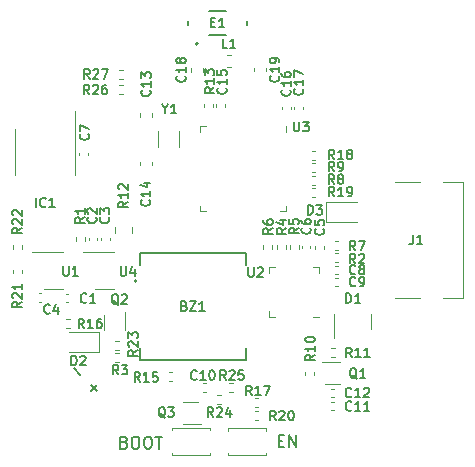
<source format=gbr>
%TF.GenerationSoftware,KiCad,Pcbnew,(6.0.7-1)-1*%
%TF.CreationDate,2022-10-24T14:59:34+01:00*%
%TF.ProjectId,wristpad,77726973-7470-4616-942e-6b696361645f,rev?*%
%TF.SameCoordinates,Original*%
%TF.FileFunction,Legend,Top*%
%TF.FilePolarity,Positive*%
%FSLAX46Y46*%
G04 Gerber Fmt 4.6, Leading zero omitted, Abs format (unit mm)*
G04 Created by KiCad (PCBNEW (6.0.7-1)-1) date 2022-10-24 14:59:34*
%MOMM*%
%LPD*%
G01*
G04 APERTURE LIST*
%ADD10C,0.150000*%
%ADD11C,0.127000*%
%ADD12C,0.200000*%
%ADD13C,0.120000*%
G04 APERTURE END LIST*
D10*
X89808023Y-112833320D02*
X89269275Y-112294572D01*
X89808023Y-112294572D02*
X89269275Y-112833320D01*
X88393809Y-111419106D02*
X87855061Y-110880358D01*
%TO.C,BZ1*%
X97195238Y-105572857D02*
X97309523Y-105610952D01*
X97347619Y-105649047D01*
X97385714Y-105725238D01*
X97385714Y-105839523D01*
X97347619Y-105915714D01*
X97309523Y-105953809D01*
X97233333Y-105991904D01*
X96928571Y-105991904D01*
X96928571Y-105191904D01*
X97195238Y-105191904D01*
X97271428Y-105230000D01*
X97309523Y-105268095D01*
X97347619Y-105344285D01*
X97347619Y-105420476D01*
X97309523Y-105496666D01*
X97271428Y-105534761D01*
X97195238Y-105572857D01*
X96928571Y-105572857D01*
X97652380Y-105191904D02*
X98185714Y-105191904D01*
X97652380Y-105991904D01*
X98185714Y-105991904D01*
X98909523Y-105991904D02*
X98452380Y-105991904D01*
X98680952Y-105991904D02*
X98680952Y-105191904D01*
X98604761Y-105306190D01*
X98528571Y-105382380D01*
X98452380Y-105420476D01*
%TO.C,IC1*%
X84635047Y-97225904D02*
X84635047Y-96425904D01*
X85473142Y-97149714D02*
X85435047Y-97187809D01*
X85320761Y-97225904D01*
X85244571Y-97225904D01*
X85130285Y-97187809D01*
X85054095Y-97111619D01*
X85016000Y-97035428D01*
X84977904Y-96883047D01*
X84977904Y-96768761D01*
X85016000Y-96616380D01*
X85054095Y-96540190D01*
X85130285Y-96464000D01*
X85244571Y-96425904D01*
X85320761Y-96425904D01*
X85435047Y-96464000D01*
X85473142Y-96502095D01*
X86235047Y-97225904D02*
X85777904Y-97225904D01*
X86006476Y-97225904D02*
X86006476Y-96425904D01*
X85930285Y-96540190D01*
X85854095Y-96616380D01*
X85777904Y-96654476D01*
%TO.C,R21*%
X83441904Y-105254285D02*
X83060952Y-105520952D01*
X83441904Y-105711428D02*
X82641904Y-105711428D01*
X82641904Y-105406666D01*
X82680000Y-105330476D01*
X82718095Y-105292380D01*
X82794285Y-105254285D01*
X82908571Y-105254285D01*
X82984761Y-105292380D01*
X83022857Y-105330476D01*
X83060952Y-105406666D01*
X83060952Y-105711428D01*
X82718095Y-104949523D02*
X82680000Y-104911428D01*
X82641904Y-104835238D01*
X82641904Y-104644761D01*
X82680000Y-104568571D01*
X82718095Y-104530476D01*
X82794285Y-104492380D01*
X82870476Y-104492380D01*
X82984761Y-104530476D01*
X83441904Y-104987619D01*
X83441904Y-104492380D01*
X83441904Y-103730476D02*
X83441904Y-104187619D01*
X83441904Y-103959047D02*
X82641904Y-103959047D01*
X82756190Y-104035238D01*
X82832380Y-104111428D01*
X82870476Y-104187619D01*
%TO.C,SW2*%
X92112857Y-117138571D02*
X92255714Y-117186190D01*
X92303333Y-117233809D01*
X92350952Y-117329047D01*
X92350952Y-117471904D01*
X92303333Y-117567142D01*
X92255714Y-117614761D01*
X92160476Y-117662380D01*
X91779523Y-117662380D01*
X91779523Y-116662380D01*
X92112857Y-116662380D01*
X92208095Y-116710000D01*
X92255714Y-116757619D01*
X92303333Y-116852857D01*
X92303333Y-116948095D01*
X92255714Y-117043333D01*
X92208095Y-117090952D01*
X92112857Y-117138571D01*
X91779523Y-117138571D01*
X92970000Y-116662380D02*
X93160476Y-116662380D01*
X93255714Y-116710000D01*
X93350952Y-116805238D01*
X93398571Y-116995714D01*
X93398571Y-117329047D01*
X93350952Y-117519523D01*
X93255714Y-117614761D01*
X93160476Y-117662380D01*
X92970000Y-117662380D01*
X92874761Y-117614761D01*
X92779523Y-117519523D01*
X92731904Y-117329047D01*
X92731904Y-116995714D01*
X92779523Y-116805238D01*
X92874761Y-116710000D01*
X92970000Y-116662380D01*
X94017619Y-116662380D02*
X94208095Y-116662380D01*
X94303333Y-116710000D01*
X94398571Y-116805238D01*
X94446190Y-116995714D01*
X94446190Y-117329047D01*
X94398571Y-117519523D01*
X94303333Y-117614761D01*
X94208095Y-117662380D01*
X94017619Y-117662380D01*
X93922380Y-117614761D01*
X93827142Y-117519523D01*
X93779523Y-117329047D01*
X93779523Y-116995714D01*
X93827142Y-116805238D01*
X93922380Y-116710000D01*
X94017619Y-116662380D01*
X94731904Y-116662380D02*
X95303333Y-116662380D01*
X95017619Y-117662380D02*
X95017619Y-116662380D01*
%TO.C,R20*%
X104945714Y-115261904D02*
X104679047Y-114880952D01*
X104488571Y-115261904D02*
X104488571Y-114461904D01*
X104793333Y-114461904D01*
X104869523Y-114500000D01*
X104907619Y-114538095D01*
X104945714Y-114614285D01*
X104945714Y-114728571D01*
X104907619Y-114804761D01*
X104869523Y-114842857D01*
X104793333Y-114880952D01*
X104488571Y-114880952D01*
X105250476Y-114538095D02*
X105288571Y-114500000D01*
X105364761Y-114461904D01*
X105555238Y-114461904D01*
X105631428Y-114500000D01*
X105669523Y-114538095D01*
X105707619Y-114614285D01*
X105707619Y-114690476D01*
X105669523Y-114804761D01*
X105212380Y-115261904D01*
X105707619Y-115261904D01*
X106202857Y-114461904D02*
X106279047Y-114461904D01*
X106355238Y-114500000D01*
X106393333Y-114538095D01*
X106431428Y-114614285D01*
X106469523Y-114766666D01*
X106469523Y-114957142D01*
X106431428Y-115109523D01*
X106393333Y-115185714D01*
X106355238Y-115223809D01*
X106279047Y-115261904D01*
X106202857Y-115261904D01*
X106126666Y-115223809D01*
X106088571Y-115185714D01*
X106050476Y-115109523D01*
X106012380Y-114957142D01*
X106012380Y-114766666D01*
X106050476Y-114614285D01*
X106088571Y-114538095D01*
X106126666Y-114500000D01*
X106202857Y-114461904D01*
%TO.C,R1*%
X88761904Y-98073333D02*
X88380952Y-98340000D01*
X88761904Y-98530476D02*
X87961904Y-98530476D01*
X87961904Y-98225714D01*
X88000000Y-98149523D01*
X88038095Y-98111428D01*
X88114285Y-98073333D01*
X88228571Y-98073333D01*
X88304761Y-98111428D01*
X88342857Y-98149523D01*
X88380952Y-98225714D01*
X88380952Y-98530476D01*
X88761904Y-97311428D02*
X88761904Y-97768571D01*
X88761904Y-97540000D02*
X87961904Y-97540000D01*
X88076190Y-97616190D01*
X88152380Y-97692380D01*
X88190476Y-97768571D01*
%TO.C,R3*%
X91616666Y-111391904D02*
X91350000Y-111010952D01*
X91159523Y-111391904D02*
X91159523Y-110591904D01*
X91464285Y-110591904D01*
X91540476Y-110630000D01*
X91578571Y-110668095D01*
X91616666Y-110744285D01*
X91616666Y-110858571D01*
X91578571Y-110934761D01*
X91540476Y-110972857D01*
X91464285Y-111010952D01*
X91159523Y-111010952D01*
X91883333Y-110591904D02*
X92378571Y-110591904D01*
X92111904Y-110896666D01*
X92226190Y-110896666D01*
X92302380Y-110934761D01*
X92340476Y-110972857D01*
X92378571Y-111049047D01*
X92378571Y-111239523D01*
X92340476Y-111315714D01*
X92302380Y-111353809D01*
X92226190Y-111391904D01*
X91997619Y-111391904D01*
X91921428Y-111353809D01*
X91883333Y-111315714D01*
%TO.C,D3*%
X107639523Y-97851904D02*
X107639523Y-97051904D01*
X107830000Y-97051904D01*
X107944285Y-97090000D01*
X108020476Y-97166190D01*
X108058571Y-97242380D01*
X108096666Y-97394761D01*
X108096666Y-97509047D01*
X108058571Y-97661428D01*
X108020476Y-97737619D01*
X107944285Y-97813809D01*
X107830000Y-97851904D01*
X107639523Y-97851904D01*
X108363333Y-97051904D02*
X108858571Y-97051904D01*
X108591904Y-97356666D01*
X108706190Y-97356666D01*
X108782380Y-97394761D01*
X108820476Y-97432857D01*
X108858571Y-97509047D01*
X108858571Y-97699523D01*
X108820476Y-97775714D01*
X108782380Y-97813809D01*
X108706190Y-97851904D01*
X108477619Y-97851904D01*
X108401428Y-97813809D01*
X108363333Y-97775714D01*
%TO.C,R26*%
X89155714Y-87651904D02*
X88889047Y-87270952D01*
X88698571Y-87651904D02*
X88698571Y-86851904D01*
X89003333Y-86851904D01*
X89079523Y-86890000D01*
X89117619Y-86928095D01*
X89155714Y-87004285D01*
X89155714Y-87118571D01*
X89117619Y-87194761D01*
X89079523Y-87232857D01*
X89003333Y-87270952D01*
X88698571Y-87270952D01*
X89460476Y-86928095D02*
X89498571Y-86890000D01*
X89574761Y-86851904D01*
X89765238Y-86851904D01*
X89841428Y-86890000D01*
X89879523Y-86928095D01*
X89917619Y-87004285D01*
X89917619Y-87080476D01*
X89879523Y-87194761D01*
X89422380Y-87651904D01*
X89917619Y-87651904D01*
X90603333Y-86851904D02*
X90450952Y-86851904D01*
X90374761Y-86890000D01*
X90336666Y-86928095D01*
X90260476Y-87042380D01*
X90222380Y-87194761D01*
X90222380Y-87499523D01*
X90260476Y-87575714D01*
X90298571Y-87613809D01*
X90374761Y-87651904D01*
X90527142Y-87651904D01*
X90603333Y-87613809D01*
X90641428Y-87575714D01*
X90679523Y-87499523D01*
X90679523Y-87309047D01*
X90641428Y-87232857D01*
X90603333Y-87194761D01*
X90527142Y-87156666D01*
X90374761Y-87156666D01*
X90298571Y-87194761D01*
X90260476Y-87232857D01*
X90222380Y-87309047D01*
%TO.C,R27*%
X89165714Y-86361904D02*
X88899047Y-85980952D01*
X88708571Y-86361904D02*
X88708571Y-85561904D01*
X89013333Y-85561904D01*
X89089523Y-85600000D01*
X89127619Y-85638095D01*
X89165714Y-85714285D01*
X89165714Y-85828571D01*
X89127619Y-85904761D01*
X89089523Y-85942857D01*
X89013333Y-85980952D01*
X88708571Y-85980952D01*
X89470476Y-85638095D02*
X89508571Y-85600000D01*
X89584761Y-85561904D01*
X89775238Y-85561904D01*
X89851428Y-85600000D01*
X89889523Y-85638095D01*
X89927619Y-85714285D01*
X89927619Y-85790476D01*
X89889523Y-85904761D01*
X89432380Y-86361904D01*
X89927619Y-86361904D01*
X90194285Y-85561904D02*
X90727619Y-85561904D01*
X90384761Y-86361904D01*
%TO.C,U3*%
X106460476Y-90011904D02*
X106460476Y-90659523D01*
X106498571Y-90735714D01*
X106536666Y-90773809D01*
X106612857Y-90811904D01*
X106765238Y-90811904D01*
X106841428Y-90773809D01*
X106879523Y-90735714D01*
X106917619Y-90659523D01*
X106917619Y-90011904D01*
X107222380Y-90011904D02*
X107717619Y-90011904D01*
X107450952Y-90316666D01*
X107565238Y-90316666D01*
X107641428Y-90354761D01*
X107679523Y-90392857D01*
X107717619Y-90469047D01*
X107717619Y-90659523D01*
X107679523Y-90735714D01*
X107641428Y-90773809D01*
X107565238Y-90811904D01*
X107336666Y-90811904D01*
X107260476Y-90773809D01*
X107222380Y-90735714D01*
%TO.C,C14*%
X94235714Y-96624285D02*
X94273809Y-96662380D01*
X94311904Y-96776666D01*
X94311904Y-96852857D01*
X94273809Y-96967142D01*
X94197619Y-97043333D01*
X94121428Y-97081428D01*
X93969047Y-97119523D01*
X93854761Y-97119523D01*
X93702380Y-97081428D01*
X93626190Y-97043333D01*
X93550000Y-96967142D01*
X93511904Y-96852857D01*
X93511904Y-96776666D01*
X93550000Y-96662380D01*
X93588095Y-96624285D01*
X94311904Y-95862380D02*
X94311904Y-96319523D01*
X94311904Y-96090952D02*
X93511904Y-96090952D01*
X93626190Y-96167142D01*
X93702380Y-96243333D01*
X93740476Y-96319523D01*
X93778571Y-95176666D02*
X94311904Y-95176666D01*
X93473809Y-95367142D02*
X94045238Y-95557619D01*
X94045238Y-95062380D01*
%TO.C,D1*%
X110879523Y-105321904D02*
X110879523Y-104521904D01*
X111070000Y-104521904D01*
X111184285Y-104560000D01*
X111260476Y-104636190D01*
X111298571Y-104712380D01*
X111336666Y-104864761D01*
X111336666Y-104979047D01*
X111298571Y-105131428D01*
X111260476Y-105207619D01*
X111184285Y-105283809D01*
X111070000Y-105321904D01*
X110879523Y-105321904D01*
X112098571Y-105321904D02*
X111641428Y-105321904D01*
X111870000Y-105321904D02*
X111870000Y-104521904D01*
X111793809Y-104636190D01*
X111717619Y-104712380D01*
X111641428Y-104750476D01*
%TO.C,SW1*%
X105171904Y-117026571D02*
X105505238Y-117026571D01*
X105648095Y-117550380D02*
X105171904Y-117550380D01*
X105171904Y-116550380D01*
X105648095Y-116550380D01*
X106076666Y-117550380D02*
X106076666Y-116550380D01*
X106648095Y-117550380D01*
X106648095Y-116550380D01*
%TO.C,R16*%
X88695714Y-107481904D02*
X88429047Y-107100952D01*
X88238571Y-107481904D02*
X88238571Y-106681904D01*
X88543333Y-106681904D01*
X88619523Y-106720000D01*
X88657619Y-106758095D01*
X88695714Y-106834285D01*
X88695714Y-106948571D01*
X88657619Y-107024761D01*
X88619523Y-107062857D01*
X88543333Y-107100952D01*
X88238571Y-107100952D01*
X89457619Y-107481904D02*
X89000476Y-107481904D01*
X89229047Y-107481904D02*
X89229047Y-106681904D01*
X89152857Y-106796190D01*
X89076666Y-106872380D01*
X89000476Y-106910476D01*
X90143333Y-106681904D02*
X89990952Y-106681904D01*
X89914761Y-106720000D01*
X89876666Y-106758095D01*
X89800476Y-106872380D01*
X89762380Y-107024761D01*
X89762380Y-107329523D01*
X89800476Y-107405714D01*
X89838571Y-107443809D01*
X89914761Y-107481904D01*
X90067142Y-107481904D01*
X90143333Y-107443809D01*
X90181428Y-107405714D01*
X90219523Y-107329523D01*
X90219523Y-107139047D01*
X90181428Y-107062857D01*
X90143333Y-107024761D01*
X90067142Y-106986666D01*
X89914761Y-106986666D01*
X89838571Y-107024761D01*
X89800476Y-107062857D01*
X89762380Y-107139047D01*
%TO.C,R11*%
X111365714Y-109931904D02*
X111099047Y-109550952D01*
X110908571Y-109931904D02*
X110908571Y-109131904D01*
X111213333Y-109131904D01*
X111289523Y-109170000D01*
X111327619Y-109208095D01*
X111365714Y-109284285D01*
X111365714Y-109398571D01*
X111327619Y-109474761D01*
X111289523Y-109512857D01*
X111213333Y-109550952D01*
X110908571Y-109550952D01*
X112127619Y-109931904D02*
X111670476Y-109931904D01*
X111899047Y-109931904D02*
X111899047Y-109131904D01*
X111822857Y-109246190D01*
X111746666Y-109322380D01*
X111670476Y-109360476D01*
X112889523Y-109931904D02*
X112432380Y-109931904D01*
X112660952Y-109931904D02*
X112660952Y-109131904D01*
X112584761Y-109246190D01*
X112508571Y-109322380D01*
X112432380Y-109360476D01*
%TO.C,R18*%
X109885714Y-93161904D02*
X109619047Y-92780952D01*
X109428571Y-93161904D02*
X109428571Y-92361904D01*
X109733333Y-92361904D01*
X109809523Y-92400000D01*
X109847619Y-92438095D01*
X109885714Y-92514285D01*
X109885714Y-92628571D01*
X109847619Y-92704761D01*
X109809523Y-92742857D01*
X109733333Y-92780952D01*
X109428571Y-92780952D01*
X110647619Y-93161904D02*
X110190476Y-93161904D01*
X110419047Y-93161904D02*
X110419047Y-92361904D01*
X110342857Y-92476190D01*
X110266666Y-92552380D01*
X110190476Y-92590476D01*
X111104761Y-92704761D02*
X111028571Y-92666666D01*
X110990476Y-92628571D01*
X110952380Y-92552380D01*
X110952380Y-92514285D01*
X110990476Y-92438095D01*
X111028571Y-92400000D01*
X111104761Y-92361904D01*
X111257142Y-92361904D01*
X111333333Y-92400000D01*
X111371428Y-92438095D01*
X111409523Y-92514285D01*
X111409523Y-92552380D01*
X111371428Y-92628571D01*
X111333333Y-92666666D01*
X111257142Y-92704761D01*
X111104761Y-92704761D01*
X111028571Y-92742857D01*
X110990476Y-92780952D01*
X110952380Y-92857142D01*
X110952380Y-93009523D01*
X110990476Y-93085714D01*
X111028571Y-93123809D01*
X111104761Y-93161904D01*
X111257142Y-93161904D01*
X111333333Y-93123809D01*
X111371428Y-93085714D01*
X111409523Y-93009523D01*
X111409523Y-92857142D01*
X111371428Y-92780952D01*
X111333333Y-92742857D01*
X111257142Y-92704761D01*
%TO.C,R19*%
X109885714Y-96321904D02*
X109619047Y-95940952D01*
X109428571Y-96321904D02*
X109428571Y-95521904D01*
X109733333Y-95521904D01*
X109809523Y-95560000D01*
X109847619Y-95598095D01*
X109885714Y-95674285D01*
X109885714Y-95788571D01*
X109847619Y-95864761D01*
X109809523Y-95902857D01*
X109733333Y-95940952D01*
X109428571Y-95940952D01*
X110647619Y-96321904D02*
X110190476Y-96321904D01*
X110419047Y-96321904D02*
X110419047Y-95521904D01*
X110342857Y-95636190D01*
X110266666Y-95712380D01*
X110190476Y-95750476D01*
X111028571Y-96321904D02*
X111180952Y-96321904D01*
X111257142Y-96283809D01*
X111295238Y-96245714D01*
X111371428Y-96131428D01*
X111409523Y-95979047D01*
X111409523Y-95674285D01*
X111371428Y-95598095D01*
X111333333Y-95560000D01*
X111257142Y-95521904D01*
X111104761Y-95521904D01*
X111028571Y-95560000D01*
X110990476Y-95598095D01*
X110952380Y-95674285D01*
X110952380Y-95864761D01*
X110990476Y-95940952D01*
X111028571Y-95979047D01*
X111104761Y-96017142D01*
X111257142Y-96017142D01*
X111333333Y-95979047D01*
X111371428Y-95940952D01*
X111409523Y-95864761D01*
%TO.C,R25*%
X100695714Y-111851904D02*
X100429047Y-111470952D01*
X100238571Y-111851904D02*
X100238571Y-111051904D01*
X100543333Y-111051904D01*
X100619523Y-111090000D01*
X100657619Y-111128095D01*
X100695714Y-111204285D01*
X100695714Y-111318571D01*
X100657619Y-111394761D01*
X100619523Y-111432857D01*
X100543333Y-111470952D01*
X100238571Y-111470952D01*
X101000476Y-111128095D02*
X101038571Y-111090000D01*
X101114761Y-111051904D01*
X101305238Y-111051904D01*
X101381428Y-111090000D01*
X101419523Y-111128095D01*
X101457619Y-111204285D01*
X101457619Y-111280476D01*
X101419523Y-111394761D01*
X100962380Y-111851904D01*
X101457619Y-111851904D01*
X102181428Y-111051904D02*
X101800476Y-111051904D01*
X101762380Y-111432857D01*
X101800476Y-111394761D01*
X101876666Y-111356666D01*
X102067142Y-111356666D01*
X102143333Y-111394761D01*
X102181428Y-111432857D01*
X102219523Y-111509047D01*
X102219523Y-111699523D01*
X102181428Y-111775714D01*
X102143333Y-111813809D01*
X102067142Y-111851904D01*
X101876666Y-111851904D01*
X101800476Y-111813809D01*
X101762380Y-111775714D01*
%TO.C,D2*%
X87619523Y-110611904D02*
X87619523Y-109811904D01*
X87810000Y-109811904D01*
X87924285Y-109850000D01*
X88000476Y-109926190D01*
X88038571Y-110002380D01*
X88076666Y-110154761D01*
X88076666Y-110269047D01*
X88038571Y-110421428D01*
X88000476Y-110497619D01*
X87924285Y-110573809D01*
X87810000Y-110611904D01*
X87619523Y-110611904D01*
X88381428Y-109888095D02*
X88419523Y-109850000D01*
X88495714Y-109811904D01*
X88686190Y-109811904D01*
X88762380Y-109850000D01*
X88800476Y-109888095D01*
X88838571Y-109964285D01*
X88838571Y-110040476D01*
X88800476Y-110154761D01*
X88343333Y-110611904D01*
X88838571Y-110611904D01*
%TO.C,C3*%
X90775714Y-98073333D02*
X90813809Y-98111428D01*
X90851904Y-98225714D01*
X90851904Y-98301904D01*
X90813809Y-98416190D01*
X90737619Y-98492380D01*
X90661428Y-98530476D01*
X90509047Y-98568571D01*
X90394761Y-98568571D01*
X90242380Y-98530476D01*
X90166190Y-98492380D01*
X90090000Y-98416190D01*
X90051904Y-98301904D01*
X90051904Y-98225714D01*
X90090000Y-98111428D01*
X90128095Y-98073333D01*
X90051904Y-97806666D02*
X90051904Y-97311428D01*
X90356666Y-97578095D01*
X90356666Y-97463809D01*
X90394761Y-97387619D01*
X90432857Y-97349523D01*
X90509047Y-97311428D01*
X90699523Y-97311428D01*
X90775714Y-97349523D01*
X90813809Y-97387619D01*
X90851904Y-97463809D01*
X90851904Y-97692380D01*
X90813809Y-97768571D01*
X90775714Y-97806666D01*
%TO.C,U2*%
X102600476Y-102321904D02*
X102600476Y-102969523D01*
X102638571Y-103045714D01*
X102676666Y-103083809D01*
X102752857Y-103121904D01*
X102905238Y-103121904D01*
X102981428Y-103083809D01*
X103019523Y-103045714D01*
X103057619Y-102969523D01*
X103057619Y-102321904D01*
X103400476Y-102398095D02*
X103438571Y-102360000D01*
X103514761Y-102321904D01*
X103705238Y-102321904D01*
X103781428Y-102360000D01*
X103819523Y-102398095D01*
X103857619Y-102474285D01*
X103857619Y-102550476D01*
X103819523Y-102664761D01*
X103362380Y-103121904D01*
X103857619Y-103121904D01*
%TO.C,L1*%
X100816666Y-83771904D02*
X100435714Y-83771904D01*
X100435714Y-82971904D01*
X101502380Y-83771904D02*
X101045238Y-83771904D01*
X101273809Y-83771904D02*
X101273809Y-82971904D01*
X101197619Y-83086190D01*
X101121428Y-83162380D01*
X101045238Y-83200476D01*
%TO.C,Y1*%
X95559047Y-88900952D02*
X95559047Y-89281904D01*
X95292380Y-88481904D02*
X95559047Y-88900952D01*
X95825714Y-88481904D01*
X96511428Y-89281904D02*
X96054285Y-89281904D01*
X96282857Y-89281904D02*
X96282857Y-88481904D01*
X96206666Y-88596190D01*
X96130476Y-88672380D01*
X96054285Y-88710476D01*
%TO.C,C13*%
X94255714Y-87344285D02*
X94293809Y-87382380D01*
X94331904Y-87496666D01*
X94331904Y-87572857D01*
X94293809Y-87687142D01*
X94217619Y-87763333D01*
X94141428Y-87801428D01*
X93989047Y-87839523D01*
X93874761Y-87839523D01*
X93722380Y-87801428D01*
X93646190Y-87763333D01*
X93570000Y-87687142D01*
X93531904Y-87572857D01*
X93531904Y-87496666D01*
X93570000Y-87382380D01*
X93608095Y-87344285D01*
X94331904Y-86582380D02*
X94331904Y-87039523D01*
X94331904Y-86810952D02*
X93531904Y-86810952D01*
X93646190Y-86887142D01*
X93722380Y-86963333D01*
X93760476Y-87039523D01*
X93531904Y-86315714D02*
X93531904Y-85820476D01*
X93836666Y-86087142D01*
X93836666Y-85972857D01*
X93874761Y-85896666D01*
X93912857Y-85858571D01*
X93989047Y-85820476D01*
X94179523Y-85820476D01*
X94255714Y-85858571D01*
X94293809Y-85896666D01*
X94331904Y-85972857D01*
X94331904Y-86201428D01*
X94293809Y-86277619D01*
X94255714Y-86315714D01*
%TO.C,R7*%
X111686666Y-100861904D02*
X111420000Y-100480952D01*
X111229523Y-100861904D02*
X111229523Y-100061904D01*
X111534285Y-100061904D01*
X111610476Y-100100000D01*
X111648571Y-100138095D01*
X111686666Y-100214285D01*
X111686666Y-100328571D01*
X111648571Y-100404761D01*
X111610476Y-100442857D01*
X111534285Y-100480952D01*
X111229523Y-100480952D01*
X111953333Y-100061904D02*
X112486666Y-100061904D01*
X112143809Y-100861904D01*
%TO.C,R23*%
X93251904Y-109344285D02*
X92870952Y-109610952D01*
X93251904Y-109801428D02*
X92451904Y-109801428D01*
X92451904Y-109496666D01*
X92490000Y-109420476D01*
X92528095Y-109382380D01*
X92604285Y-109344285D01*
X92718571Y-109344285D01*
X92794761Y-109382380D01*
X92832857Y-109420476D01*
X92870952Y-109496666D01*
X92870952Y-109801428D01*
X92528095Y-109039523D02*
X92490000Y-109001428D01*
X92451904Y-108925238D01*
X92451904Y-108734761D01*
X92490000Y-108658571D01*
X92528095Y-108620476D01*
X92604285Y-108582380D01*
X92680476Y-108582380D01*
X92794761Y-108620476D01*
X93251904Y-109077619D01*
X93251904Y-108582380D01*
X92451904Y-108315714D02*
X92451904Y-107820476D01*
X92756666Y-108087142D01*
X92756666Y-107972857D01*
X92794761Y-107896666D01*
X92832857Y-107858571D01*
X92909047Y-107820476D01*
X93099523Y-107820476D01*
X93175714Y-107858571D01*
X93213809Y-107896666D01*
X93251904Y-107972857D01*
X93251904Y-108201428D01*
X93213809Y-108277619D01*
X93175714Y-108315714D01*
%TO.C,C15*%
X100695714Y-87124285D02*
X100733809Y-87162380D01*
X100771904Y-87276666D01*
X100771904Y-87352857D01*
X100733809Y-87467142D01*
X100657619Y-87543333D01*
X100581428Y-87581428D01*
X100429047Y-87619523D01*
X100314761Y-87619523D01*
X100162380Y-87581428D01*
X100086190Y-87543333D01*
X100010000Y-87467142D01*
X99971904Y-87352857D01*
X99971904Y-87276666D01*
X100010000Y-87162380D01*
X100048095Y-87124285D01*
X100771904Y-86362380D02*
X100771904Y-86819523D01*
X100771904Y-86590952D02*
X99971904Y-86590952D01*
X100086190Y-86667142D01*
X100162380Y-86743333D01*
X100200476Y-86819523D01*
X99971904Y-85638571D02*
X99971904Y-86019523D01*
X100352857Y-86057619D01*
X100314761Y-86019523D01*
X100276666Y-85943333D01*
X100276666Y-85752857D01*
X100314761Y-85676666D01*
X100352857Y-85638571D01*
X100429047Y-85600476D01*
X100619523Y-85600476D01*
X100695714Y-85638571D01*
X100733809Y-85676666D01*
X100771904Y-85752857D01*
X100771904Y-85943333D01*
X100733809Y-86019523D01*
X100695714Y-86057619D01*
%TO.C,R10*%
X108251904Y-109734285D02*
X107870952Y-110000952D01*
X108251904Y-110191428D02*
X107451904Y-110191428D01*
X107451904Y-109886666D01*
X107490000Y-109810476D01*
X107528095Y-109772380D01*
X107604285Y-109734285D01*
X107718571Y-109734285D01*
X107794761Y-109772380D01*
X107832857Y-109810476D01*
X107870952Y-109886666D01*
X107870952Y-110191428D01*
X108251904Y-108972380D02*
X108251904Y-109429523D01*
X108251904Y-109200952D02*
X107451904Y-109200952D01*
X107566190Y-109277142D01*
X107642380Y-109353333D01*
X107680476Y-109429523D01*
X107451904Y-108477142D02*
X107451904Y-108400952D01*
X107490000Y-108324761D01*
X107528095Y-108286666D01*
X107604285Y-108248571D01*
X107756666Y-108210476D01*
X107947142Y-108210476D01*
X108099523Y-108248571D01*
X108175714Y-108286666D01*
X108213809Y-108324761D01*
X108251904Y-108400952D01*
X108251904Y-108477142D01*
X108213809Y-108553333D01*
X108175714Y-108591428D01*
X108099523Y-108629523D01*
X107947142Y-108667619D01*
X107756666Y-108667619D01*
X107604285Y-108629523D01*
X107528095Y-108591428D01*
X107490000Y-108553333D01*
X107451904Y-108477142D01*
%TO.C,R22*%
X83421904Y-98964285D02*
X83040952Y-99230952D01*
X83421904Y-99421428D02*
X82621904Y-99421428D01*
X82621904Y-99116666D01*
X82660000Y-99040476D01*
X82698095Y-99002380D01*
X82774285Y-98964285D01*
X82888571Y-98964285D01*
X82964761Y-99002380D01*
X83002857Y-99040476D01*
X83040952Y-99116666D01*
X83040952Y-99421428D01*
X82698095Y-98659523D02*
X82660000Y-98621428D01*
X82621904Y-98545238D01*
X82621904Y-98354761D01*
X82660000Y-98278571D01*
X82698095Y-98240476D01*
X82774285Y-98202380D01*
X82850476Y-98202380D01*
X82964761Y-98240476D01*
X83421904Y-98697619D01*
X83421904Y-98202380D01*
X82698095Y-97897619D02*
X82660000Y-97859523D01*
X82621904Y-97783333D01*
X82621904Y-97592857D01*
X82660000Y-97516666D01*
X82698095Y-97478571D01*
X82774285Y-97440476D01*
X82850476Y-97440476D01*
X82964761Y-97478571D01*
X83421904Y-97935714D01*
X83421904Y-97440476D01*
%TO.C,C19*%
X105169714Y-86104285D02*
X105207809Y-86142380D01*
X105245904Y-86256666D01*
X105245904Y-86332857D01*
X105207809Y-86447142D01*
X105131619Y-86523333D01*
X105055428Y-86561428D01*
X104903047Y-86599523D01*
X104788761Y-86599523D01*
X104636380Y-86561428D01*
X104560190Y-86523333D01*
X104484000Y-86447142D01*
X104445904Y-86332857D01*
X104445904Y-86256666D01*
X104484000Y-86142380D01*
X104522095Y-86104285D01*
X105245904Y-85342380D02*
X105245904Y-85799523D01*
X105245904Y-85570952D02*
X104445904Y-85570952D01*
X104560190Y-85647142D01*
X104636380Y-85723333D01*
X104674476Y-85799523D01*
X105245904Y-84961428D02*
X105245904Y-84809047D01*
X105207809Y-84732857D01*
X105169714Y-84694761D01*
X105055428Y-84618571D01*
X104903047Y-84580476D01*
X104598285Y-84580476D01*
X104522095Y-84618571D01*
X104484000Y-84656666D01*
X104445904Y-84732857D01*
X104445904Y-84885238D01*
X104484000Y-84961428D01*
X104522095Y-84999523D01*
X104598285Y-85037619D01*
X104788761Y-85037619D01*
X104864952Y-84999523D01*
X104903047Y-84961428D01*
X104941142Y-84885238D01*
X104941142Y-84732857D01*
X104903047Y-84656666D01*
X104864952Y-84618571D01*
X104788761Y-84580476D01*
%TO.C,C7*%
X89045714Y-91033333D02*
X89083809Y-91071428D01*
X89121904Y-91185714D01*
X89121904Y-91261904D01*
X89083809Y-91376190D01*
X89007619Y-91452380D01*
X88931428Y-91490476D01*
X88779047Y-91528571D01*
X88664761Y-91528571D01*
X88512380Y-91490476D01*
X88436190Y-91452380D01*
X88360000Y-91376190D01*
X88321904Y-91261904D01*
X88321904Y-91185714D01*
X88360000Y-91071428D01*
X88398095Y-91033333D01*
X88321904Y-90766666D02*
X88321904Y-90233333D01*
X89121904Y-90576190D01*
%TO.C,R13*%
X99711904Y-87084285D02*
X99330952Y-87350952D01*
X99711904Y-87541428D02*
X98911904Y-87541428D01*
X98911904Y-87236666D01*
X98950000Y-87160476D01*
X98988095Y-87122380D01*
X99064285Y-87084285D01*
X99178571Y-87084285D01*
X99254761Y-87122380D01*
X99292857Y-87160476D01*
X99330952Y-87236666D01*
X99330952Y-87541428D01*
X99711904Y-86322380D02*
X99711904Y-86779523D01*
X99711904Y-86550952D02*
X98911904Y-86550952D01*
X99026190Y-86627142D01*
X99102380Y-86703333D01*
X99140476Y-86779523D01*
X98911904Y-86055714D02*
X98911904Y-85560476D01*
X99216666Y-85827142D01*
X99216666Y-85712857D01*
X99254761Y-85636666D01*
X99292857Y-85598571D01*
X99369047Y-85560476D01*
X99559523Y-85560476D01*
X99635714Y-85598571D01*
X99673809Y-85636666D01*
X99711904Y-85712857D01*
X99711904Y-85941428D01*
X99673809Y-86017619D01*
X99635714Y-86055714D01*
%TO.C,U4*%
X91800476Y-102231904D02*
X91800476Y-102879523D01*
X91838571Y-102955714D01*
X91876666Y-102993809D01*
X91952857Y-103031904D01*
X92105238Y-103031904D01*
X92181428Y-102993809D01*
X92219523Y-102955714D01*
X92257619Y-102879523D01*
X92257619Y-102231904D01*
X92981428Y-102498571D02*
X92981428Y-103031904D01*
X92790952Y-102193809D02*
X92600476Y-102765238D01*
X93095714Y-102765238D01*
%TO.C,R12*%
X92411904Y-96764285D02*
X92030952Y-97030952D01*
X92411904Y-97221428D02*
X91611904Y-97221428D01*
X91611904Y-96916666D01*
X91650000Y-96840476D01*
X91688095Y-96802380D01*
X91764285Y-96764285D01*
X91878571Y-96764285D01*
X91954761Y-96802380D01*
X91992857Y-96840476D01*
X92030952Y-96916666D01*
X92030952Y-97221428D01*
X92411904Y-96002380D02*
X92411904Y-96459523D01*
X92411904Y-96230952D02*
X91611904Y-96230952D01*
X91726190Y-96307142D01*
X91802380Y-96383333D01*
X91840476Y-96459523D01*
X91688095Y-95697619D02*
X91650000Y-95659523D01*
X91611904Y-95583333D01*
X91611904Y-95392857D01*
X91650000Y-95316666D01*
X91688095Y-95278571D01*
X91764285Y-95240476D01*
X91840476Y-95240476D01*
X91954761Y-95278571D01*
X92411904Y-95735714D01*
X92411904Y-95240476D01*
%TO.C,C11*%
X111335714Y-114385714D02*
X111297619Y-114423809D01*
X111183333Y-114461904D01*
X111107142Y-114461904D01*
X110992857Y-114423809D01*
X110916666Y-114347619D01*
X110878571Y-114271428D01*
X110840476Y-114119047D01*
X110840476Y-114004761D01*
X110878571Y-113852380D01*
X110916666Y-113776190D01*
X110992857Y-113700000D01*
X111107142Y-113661904D01*
X111183333Y-113661904D01*
X111297619Y-113700000D01*
X111335714Y-113738095D01*
X112097619Y-114461904D02*
X111640476Y-114461904D01*
X111869047Y-114461904D02*
X111869047Y-113661904D01*
X111792857Y-113776190D01*
X111716666Y-113852380D01*
X111640476Y-113890476D01*
X112859523Y-114461904D02*
X112402380Y-114461904D01*
X112630952Y-114461904D02*
X112630952Y-113661904D01*
X112554761Y-113776190D01*
X112478571Y-113852380D01*
X112402380Y-113890476D01*
%TO.C,C9*%
X111686666Y-103855714D02*
X111648571Y-103893809D01*
X111534285Y-103931904D01*
X111458095Y-103931904D01*
X111343809Y-103893809D01*
X111267619Y-103817619D01*
X111229523Y-103741428D01*
X111191428Y-103589047D01*
X111191428Y-103474761D01*
X111229523Y-103322380D01*
X111267619Y-103246190D01*
X111343809Y-103170000D01*
X111458095Y-103131904D01*
X111534285Y-103131904D01*
X111648571Y-103170000D01*
X111686666Y-103208095D01*
X112067619Y-103931904D02*
X112220000Y-103931904D01*
X112296190Y-103893809D01*
X112334285Y-103855714D01*
X112410476Y-103741428D01*
X112448571Y-103589047D01*
X112448571Y-103284285D01*
X112410476Y-103208095D01*
X112372380Y-103170000D01*
X112296190Y-103131904D01*
X112143809Y-103131904D01*
X112067619Y-103170000D01*
X112029523Y-103208095D01*
X111991428Y-103284285D01*
X111991428Y-103474761D01*
X112029523Y-103550952D01*
X112067619Y-103589047D01*
X112143809Y-103627142D01*
X112296190Y-103627142D01*
X112372380Y-103589047D01*
X112410476Y-103550952D01*
X112448571Y-103474761D01*
%TO.C,R6*%
X104674388Y-99004284D02*
X104293436Y-99270951D01*
X104674388Y-99461427D02*
X103874388Y-99461427D01*
X103874388Y-99156665D01*
X103912484Y-99080474D01*
X103950579Y-99042379D01*
X104026769Y-99004284D01*
X104141055Y-99004284D01*
X104217245Y-99042379D01*
X104255341Y-99080474D01*
X104293436Y-99156665D01*
X104293436Y-99461427D01*
X103874388Y-98318570D02*
X103874388Y-98470951D01*
X103912484Y-98547141D01*
X103950579Y-98585236D01*
X104064864Y-98661427D01*
X104217245Y-98699522D01*
X104522007Y-98699522D01*
X104598198Y-98661427D01*
X104636293Y-98623331D01*
X104674388Y-98547141D01*
X104674388Y-98394760D01*
X104636293Y-98318570D01*
X104598198Y-98280474D01*
X104522007Y-98242379D01*
X104331531Y-98242379D01*
X104255341Y-98280474D01*
X104217245Y-98318570D01*
X104179150Y-98394760D01*
X104179150Y-98547141D01*
X104217245Y-98623331D01*
X104255341Y-98661427D01*
X104331531Y-98699522D01*
%TO.C,C12*%
X111335714Y-113235714D02*
X111297619Y-113273809D01*
X111183333Y-113311904D01*
X111107142Y-113311904D01*
X110992857Y-113273809D01*
X110916666Y-113197619D01*
X110878571Y-113121428D01*
X110840476Y-112969047D01*
X110840476Y-112854761D01*
X110878571Y-112702380D01*
X110916666Y-112626190D01*
X110992857Y-112550000D01*
X111107142Y-112511904D01*
X111183333Y-112511904D01*
X111297619Y-112550000D01*
X111335714Y-112588095D01*
X112097619Y-113311904D02*
X111640476Y-113311904D01*
X111869047Y-113311904D02*
X111869047Y-112511904D01*
X111792857Y-112626190D01*
X111716666Y-112702380D01*
X111640476Y-112740476D01*
X112402380Y-112588095D02*
X112440476Y-112550000D01*
X112516666Y-112511904D01*
X112707142Y-112511904D01*
X112783333Y-112550000D01*
X112821428Y-112588095D01*
X112859523Y-112664285D01*
X112859523Y-112740476D01*
X112821428Y-112854761D01*
X112364285Y-113311904D01*
X112859523Y-113311904D01*
%TO.C,R2*%
X111686666Y-101961904D02*
X111420000Y-101580952D01*
X111229523Y-101961904D02*
X111229523Y-101161904D01*
X111534285Y-101161904D01*
X111610476Y-101200000D01*
X111648571Y-101238095D01*
X111686666Y-101314285D01*
X111686666Y-101428571D01*
X111648571Y-101504761D01*
X111610476Y-101542857D01*
X111534285Y-101580952D01*
X111229523Y-101580952D01*
X111991428Y-101238095D02*
X112029523Y-101200000D01*
X112105714Y-101161904D01*
X112296190Y-101161904D01*
X112372380Y-101200000D01*
X112410476Y-101238095D01*
X112448571Y-101314285D01*
X112448571Y-101390476D01*
X112410476Y-101504761D01*
X111953333Y-101961904D01*
X112448571Y-101961904D01*
%TO.C,R24*%
X99655714Y-114971904D02*
X99389047Y-114590952D01*
X99198571Y-114971904D02*
X99198571Y-114171904D01*
X99503333Y-114171904D01*
X99579523Y-114210000D01*
X99617619Y-114248095D01*
X99655714Y-114324285D01*
X99655714Y-114438571D01*
X99617619Y-114514761D01*
X99579523Y-114552857D01*
X99503333Y-114590952D01*
X99198571Y-114590952D01*
X99960476Y-114248095D02*
X99998571Y-114210000D01*
X100074761Y-114171904D01*
X100265238Y-114171904D01*
X100341428Y-114210000D01*
X100379523Y-114248095D01*
X100417619Y-114324285D01*
X100417619Y-114400476D01*
X100379523Y-114514761D01*
X99922380Y-114971904D01*
X100417619Y-114971904D01*
X101103333Y-114438571D02*
X101103333Y-114971904D01*
X100912857Y-114133809D02*
X100722380Y-114705238D01*
X101217619Y-114705238D01*
%TO.C,C2*%
X89695714Y-98073333D02*
X89733809Y-98111428D01*
X89771904Y-98225714D01*
X89771904Y-98301904D01*
X89733809Y-98416190D01*
X89657619Y-98492380D01*
X89581428Y-98530476D01*
X89429047Y-98568571D01*
X89314761Y-98568571D01*
X89162380Y-98530476D01*
X89086190Y-98492380D01*
X89010000Y-98416190D01*
X88971904Y-98301904D01*
X88971904Y-98225714D01*
X89010000Y-98111428D01*
X89048095Y-98073333D01*
X89048095Y-97768571D02*
X89010000Y-97730476D01*
X88971904Y-97654285D01*
X88971904Y-97463809D01*
X89010000Y-97387619D01*
X89048095Y-97349523D01*
X89124285Y-97311428D01*
X89200476Y-97311428D01*
X89314761Y-97349523D01*
X89771904Y-97806666D01*
X89771904Y-97311428D01*
%TO.C,J1*%
X116553333Y-99561904D02*
X116553333Y-100133333D01*
X116515238Y-100247619D01*
X116439047Y-100323809D01*
X116324761Y-100361904D01*
X116248571Y-100361904D01*
X117353333Y-100361904D02*
X116896190Y-100361904D01*
X117124761Y-100361904D02*
X117124761Y-99561904D01*
X117048571Y-99676190D01*
X116972380Y-99752380D01*
X116896190Y-99790476D01*
%TO.C,U1*%
X86940476Y-102221904D02*
X86940476Y-102869523D01*
X86978571Y-102945714D01*
X87016666Y-102983809D01*
X87092857Y-103021904D01*
X87245238Y-103021904D01*
X87321428Y-102983809D01*
X87359523Y-102945714D01*
X87397619Y-102869523D01*
X87397619Y-102221904D01*
X88197619Y-103021904D02*
X87740476Y-103021904D01*
X87969047Y-103021904D02*
X87969047Y-102221904D01*
X87892857Y-102336190D01*
X87816666Y-102412380D01*
X87740476Y-102450476D01*
%TO.C,C1*%
X88906666Y-105255714D02*
X88868571Y-105293809D01*
X88754285Y-105331904D01*
X88678095Y-105331904D01*
X88563809Y-105293809D01*
X88487619Y-105217619D01*
X88449523Y-105141428D01*
X88411428Y-104989047D01*
X88411428Y-104874761D01*
X88449523Y-104722380D01*
X88487619Y-104646190D01*
X88563809Y-104570000D01*
X88678095Y-104531904D01*
X88754285Y-104531904D01*
X88868571Y-104570000D01*
X88906666Y-104608095D01*
X89668571Y-105331904D02*
X89211428Y-105331904D01*
X89440000Y-105331904D02*
X89440000Y-104531904D01*
X89363809Y-104646190D01*
X89287619Y-104722380D01*
X89211428Y-104760476D01*
%TO.C,R17*%
X102905714Y-113141904D02*
X102639047Y-112760952D01*
X102448571Y-113141904D02*
X102448571Y-112341904D01*
X102753333Y-112341904D01*
X102829523Y-112380000D01*
X102867619Y-112418095D01*
X102905714Y-112494285D01*
X102905714Y-112608571D01*
X102867619Y-112684761D01*
X102829523Y-112722857D01*
X102753333Y-112760952D01*
X102448571Y-112760952D01*
X103667619Y-113141904D02*
X103210476Y-113141904D01*
X103439047Y-113141904D02*
X103439047Y-112341904D01*
X103362857Y-112456190D01*
X103286666Y-112532380D01*
X103210476Y-112570476D01*
X103934285Y-112341904D02*
X104467619Y-112341904D01*
X104124761Y-113141904D01*
%TO.C,Q3*%
X95583809Y-115048095D02*
X95507619Y-115010000D01*
X95431428Y-114933809D01*
X95317142Y-114819523D01*
X95240952Y-114781428D01*
X95164761Y-114781428D01*
X95202857Y-114971904D02*
X95126666Y-114933809D01*
X95050476Y-114857619D01*
X95012380Y-114705238D01*
X95012380Y-114438571D01*
X95050476Y-114286190D01*
X95126666Y-114210000D01*
X95202857Y-114171904D01*
X95355238Y-114171904D01*
X95431428Y-114210000D01*
X95507619Y-114286190D01*
X95545714Y-114438571D01*
X95545714Y-114705238D01*
X95507619Y-114857619D01*
X95431428Y-114933809D01*
X95355238Y-114971904D01*
X95202857Y-114971904D01*
X95812380Y-114171904D02*
X96307619Y-114171904D01*
X96040952Y-114476666D01*
X96155238Y-114476666D01*
X96231428Y-114514761D01*
X96269523Y-114552857D01*
X96307619Y-114629047D01*
X96307619Y-114819523D01*
X96269523Y-114895714D01*
X96231428Y-114933809D01*
X96155238Y-114971904D01*
X95926666Y-114971904D01*
X95850476Y-114933809D01*
X95812380Y-114895714D01*
%TO.C,R8*%
X109885713Y-95261904D02*
X109619047Y-94880952D01*
X109428570Y-95261904D02*
X109428570Y-94461904D01*
X109733332Y-94461904D01*
X109809523Y-94500000D01*
X109847618Y-94538095D01*
X109885713Y-94614285D01*
X109885713Y-94728571D01*
X109847618Y-94804761D01*
X109809523Y-94842857D01*
X109733332Y-94880952D01*
X109428570Y-94880952D01*
X110342856Y-94804761D02*
X110266666Y-94766666D01*
X110228570Y-94728571D01*
X110190475Y-94652380D01*
X110190475Y-94614285D01*
X110228570Y-94538095D01*
X110266666Y-94500000D01*
X110342856Y-94461904D01*
X110495237Y-94461904D01*
X110571427Y-94500000D01*
X110609523Y-94538095D01*
X110647618Y-94614285D01*
X110647618Y-94652380D01*
X110609523Y-94728571D01*
X110571427Y-94766666D01*
X110495237Y-94804761D01*
X110342856Y-94804761D01*
X110266666Y-94842857D01*
X110228570Y-94880952D01*
X110190475Y-94957142D01*
X110190475Y-95109523D01*
X110228570Y-95185714D01*
X110266666Y-95223809D01*
X110342856Y-95261904D01*
X110495237Y-95261904D01*
X110571427Y-95223809D01*
X110609523Y-95185714D01*
X110647618Y-95109523D01*
X110647618Y-94957142D01*
X110609523Y-94880952D01*
X110571427Y-94842857D01*
X110495237Y-94804761D01*
%TO.C,C5*%
X108957198Y-99048284D02*
X108995293Y-99086379D01*
X109033388Y-99200665D01*
X109033388Y-99276855D01*
X108995293Y-99391141D01*
X108919103Y-99467331D01*
X108842912Y-99505427D01*
X108690531Y-99543522D01*
X108576245Y-99543522D01*
X108423864Y-99505427D01*
X108347674Y-99467331D01*
X108271484Y-99391141D01*
X108233388Y-99276855D01*
X108233388Y-99200665D01*
X108271484Y-99086379D01*
X108309579Y-99048284D01*
X108233388Y-98324474D02*
X108233388Y-98705427D01*
X108614341Y-98743522D01*
X108576245Y-98705427D01*
X108538150Y-98629236D01*
X108538150Y-98438760D01*
X108576245Y-98362570D01*
X108614341Y-98324474D01*
X108690531Y-98286379D01*
X108881007Y-98286379D01*
X108957198Y-98324474D01*
X108995293Y-98362570D01*
X109033388Y-98438760D01*
X109033388Y-98629236D01*
X108995293Y-98705427D01*
X108957198Y-98743522D01*
%TO.C,C8*%
X111686666Y-102845714D02*
X111648571Y-102883809D01*
X111534285Y-102921904D01*
X111458095Y-102921904D01*
X111343809Y-102883809D01*
X111267619Y-102807619D01*
X111229523Y-102731428D01*
X111191428Y-102579047D01*
X111191428Y-102464761D01*
X111229523Y-102312380D01*
X111267619Y-102236190D01*
X111343809Y-102160000D01*
X111458095Y-102121904D01*
X111534285Y-102121904D01*
X111648571Y-102160000D01*
X111686666Y-102198095D01*
X112143809Y-102464761D02*
X112067619Y-102426666D01*
X112029523Y-102388571D01*
X111991428Y-102312380D01*
X111991428Y-102274285D01*
X112029523Y-102198095D01*
X112067619Y-102160000D01*
X112143809Y-102121904D01*
X112296190Y-102121904D01*
X112372380Y-102160000D01*
X112410476Y-102198095D01*
X112448571Y-102274285D01*
X112448571Y-102312380D01*
X112410476Y-102388571D01*
X112372380Y-102426666D01*
X112296190Y-102464761D01*
X112143809Y-102464761D01*
X112067619Y-102502857D01*
X112029523Y-102540952D01*
X111991428Y-102617142D01*
X111991428Y-102769523D01*
X112029523Y-102845714D01*
X112067619Y-102883809D01*
X112143809Y-102921904D01*
X112296190Y-102921904D01*
X112372380Y-102883809D01*
X112410476Y-102845714D01*
X112448571Y-102769523D01*
X112448571Y-102617142D01*
X112410476Y-102540952D01*
X112372380Y-102502857D01*
X112296190Y-102464761D01*
%TO.C,E1*%
X99447619Y-81582857D02*
X99714285Y-81582857D01*
X99828571Y-82001904D02*
X99447619Y-82001904D01*
X99447619Y-81201904D01*
X99828571Y-81201904D01*
X100590476Y-82001904D02*
X100133333Y-82001904D01*
X100361904Y-82001904D02*
X100361904Y-81201904D01*
X100285714Y-81316190D01*
X100209523Y-81392380D01*
X100133333Y-81430476D01*
%TO.C,Q2*%
X91613809Y-105478095D02*
X91537619Y-105440000D01*
X91461428Y-105363809D01*
X91347142Y-105249523D01*
X91270952Y-105211428D01*
X91194761Y-105211428D01*
X91232857Y-105401904D02*
X91156666Y-105363809D01*
X91080476Y-105287619D01*
X91042380Y-105135238D01*
X91042380Y-104868571D01*
X91080476Y-104716190D01*
X91156666Y-104640000D01*
X91232857Y-104601904D01*
X91385238Y-104601904D01*
X91461428Y-104640000D01*
X91537619Y-104716190D01*
X91575714Y-104868571D01*
X91575714Y-105135238D01*
X91537619Y-105287619D01*
X91461428Y-105363809D01*
X91385238Y-105401904D01*
X91232857Y-105401904D01*
X91880476Y-104678095D02*
X91918571Y-104640000D01*
X91994761Y-104601904D01*
X92185238Y-104601904D01*
X92261428Y-104640000D01*
X92299523Y-104678095D01*
X92337619Y-104754285D01*
X92337619Y-104830476D01*
X92299523Y-104944761D01*
X91842380Y-105401904D01*
X92337619Y-105401904D01*
%TO.C,C10*%
X98225714Y-111775714D02*
X98187619Y-111813809D01*
X98073333Y-111851904D01*
X97997142Y-111851904D01*
X97882857Y-111813809D01*
X97806666Y-111737619D01*
X97768571Y-111661428D01*
X97730476Y-111509047D01*
X97730476Y-111394761D01*
X97768571Y-111242380D01*
X97806666Y-111166190D01*
X97882857Y-111090000D01*
X97997142Y-111051904D01*
X98073333Y-111051904D01*
X98187619Y-111090000D01*
X98225714Y-111128095D01*
X98987619Y-111851904D02*
X98530476Y-111851904D01*
X98759047Y-111851904D02*
X98759047Y-111051904D01*
X98682857Y-111166190D01*
X98606666Y-111242380D01*
X98530476Y-111280476D01*
X99482857Y-111051904D02*
X99559047Y-111051904D01*
X99635238Y-111090000D01*
X99673333Y-111128095D01*
X99711428Y-111204285D01*
X99749523Y-111356666D01*
X99749523Y-111547142D01*
X99711428Y-111699523D01*
X99673333Y-111775714D01*
X99635238Y-111813809D01*
X99559047Y-111851904D01*
X99482857Y-111851904D01*
X99406666Y-111813809D01*
X99368571Y-111775714D01*
X99330476Y-111699523D01*
X99292380Y-111547142D01*
X99292380Y-111356666D01*
X99330476Y-111204285D01*
X99368571Y-111128095D01*
X99406666Y-111090000D01*
X99482857Y-111051904D01*
%TO.C,R9*%
X109885713Y-94181904D02*
X109619047Y-93800952D01*
X109428570Y-94181904D02*
X109428570Y-93381904D01*
X109733332Y-93381904D01*
X109809523Y-93420000D01*
X109847618Y-93458095D01*
X109885713Y-93534285D01*
X109885713Y-93648571D01*
X109847618Y-93724761D01*
X109809523Y-93762857D01*
X109733332Y-93800952D01*
X109428570Y-93800952D01*
X110266666Y-94181904D02*
X110419047Y-94181904D01*
X110495237Y-94143809D01*
X110533332Y-94105714D01*
X110609523Y-93991428D01*
X110647618Y-93839047D01*
X110647618Y-93534285D01*
X110609523Y-93458095D01*
X110571427Y-93420000D01*
X110495237Y-93381904D01*
X110342856Y-93381904D01*
X110266666Y-93420000D01*
X110228570Y-93458095D01*
X110190475Y-93534285D01*
X110190475Y-93724761D01*
X110228570Y-93800952D01*
X110266666Y-93839047D01*
X110342856Y-93877142D01*
X110495237Y-93877142D01*
X110571427Y-93839047D01*
X110609523Y-93800952D01*
X110647618Y-93724761D01*
%TO.C,Q1*%
X111803809Y-111748095D02*
X111727619Y-111710000D01*
X111651428Y-111633809D01*
X111537142Y-111519523D01*
X111460952Y-111481428D01*
X111384761Y-111481428D01*
X111422857Y-111671904D02*
X111346666Y-111633809D01*
X111270476Y-111557619D01*
X111232380Y-111405238D01*
X111232380Y-111138571D01*
X111270476Y-110986190D01*
X111346666Y-110910000D01*
X111422857Y-110871904D01*
X111575238Y-110871904D01*
X111651428Y-110910000D01*
X111727619Y-110986190D01*
X111765714Y-111138571D01*
X111765714Y-111405238D01*
X111727619Y-111557619D01*
X111651428Y-111633809D01*
X111575238Y-111671904D01*
X111422857Y-111671904D01*
X112527619Y-111671904D02*
X112070476Y-111671904D01*
X112299047Y-111671904D02*
X112299047Y-110871904D01*
X112222857Y-110986190D01*
X112146666Y-111062380D01*
X112070476Y-111100476D01*
%TO.C,R4*%
X105803388Y-99006284D02*
X105422436Y-99272951D01*
X105803388Y-99463427D02*
X105003388Y-99463427D01*
X105003388Y-99158665D01*
X105041484Y-99082474D01*
X105079579Y-99044379D01*
X105155769Y-99006284D01*
X105270055Y-99006284D01*
X105346245Y-99044379D01*
X105384341Y-99082474D01*
X105422436Y-99158665D01*
X105422436Y-99463427D01*
X105270055Y-98320570D02*
X105803388Y-98320570D01*
X104965293Y-98511046D02*
X105536722Y-98701522D01*
X105536722Y-98206284D01*
%TO.C,C17*%
X107205714Y-87204285D02*
X107243809Y-87242380D01*
X107281904Y-87356666D01*
X107281904Y-87432857D01*
X107243809Y-87547142D01*
X107167619Y-87623333D01*
X107091428Y-87661428D01*
X106939047Y-87699523D01*
X106824761Y-87699523D01*
X106672380Y-87661428D01*
X106596190Y-87623333D01*
X106520000Y-87547142D01*
X106481904Y-87432857D01*
X106481904Y-87356666D01*
X106520000Y-87242380D01*
X106558095Y-87204285D01*
X107281904Y-86442380D02*
X107281904Y-86899523D01*
X107281904Y-86670952D02*
X106481904Y-86670952D01*
X106596190Y-86747142D01*
X106672380Y-86823333D01*
X106710476Y-86899523D01*
X106481904Y-86175714D02*
X106481904Y-85642380D01*
X107281904Y-85985238D01*
%TO.C,C18*%
X97249714Y-86106285D02*
X97287809Y-86144380D01*
X97325904Y-86258666D01*
X97325904Y-86334857D01*
X97287809Y-86449142D01*
X97211619Y-86525333D01*
X97135428Y-86563428D01*
X96983047Y-86601523D01*
X96868761Y-86601523D01*
X96716380Y-86563428D01*
X96640190Y-86525333D01*
X96564000Y-86449142D01*
X96525904Y-86334857D01*
X96525904Y-86258666D01*
X96564000Y-86144380D01*
X96602095Y-86106285D01*
X97325904Y-85344380D02*
X97325904Y-85801523D01*
X97325904Y-85572952D02*
X96525904Y-85572952D01*
X96640190Y-85649142D01*
X96716380Y-85725333D01*
X96754476Y-85801523D01*
X96868761Y-84887238D02*
X96830666Y-84963428D01*
X96792571Y-85001523D01*
X96716380Y-85039619D01*
X96678285Y-85039619D01*
X96602095Y-85001523D01*
X96564000Y-84963428D01*
X96525904Y-84887238D01*
X96525904Y-84734857D01*
X96564000Y-84658666D01*
X96602095Y-84620571D01*
X96678285Y-84582476D01*
X96716380Y-84582476D01*
X96792571Y-84620571D01*
X96830666Y-84658666D01*
X96868761Y-84734857D01*
X96868761Y-84887238D01*
X96906857Y-84963428D01*
X96944952Y-85001523D01*
X97021142Y-85039619D01*
X97173523Y-85039619D01*
X97249714Y-85001523D01*
X97287809Y-84963428D01*
X97325904Y-84887238D01*
X97325904Y-84734857D01*
X97287809Y-84658666D01*
X97249714Y-84620571D01*
X97173523Y-84582476D01*
X97021142Y-84582476D01*
X96944952Y-84620571D01*
X96906857Y-84658666D01*
X96868761Y-84734857D01*
%TO.C,C16*%
X106125714Y-87287285D02*
X106163809Y-87325380D01*
X106201904Y-87439666D01*
X106201904Y-87515857D01*
X106163809Y-87630142D01*
X106087619Y-87706333D01*
X106011428Y-87744428D01*
X105859047Y-87782523D01*
X105744761Y-87782523D01*
X105592380Y-87744428D01*
X105516190Y-87706333D01*
X105440000Y-87630142D01*
X105401904Y-87515857D01*
X105401904Y-87439666D01*
X105440000Y-87325380D01*
X105478095Y-87287285D01*
X106201904Y-86525380D02*
X106201904Y-86982523D01*
X106201904Y-86753952D02*
X105401904Y-86753952D01*
X105516190Y-86830142D01*
X105592380Y-86906333D01*
X105630476Y-86982523D01*
X105401904Y-85839666D02*
X105401904Y-85992047D01*
X105440000Y-86068238D01*
X105478095Y-86106333D01*
X105592380Y-86182523D01*
X105744761Y-86220619D01*
X106049523Y-86220619D01*
X106125714Y-86182523D01*
X106163809Y-86144428D01*
X106201904Y-86068238D01*
X106201904Y-85915857D01*
X106163809Y-85839666D01*
X106125714Y-85801571D01*
X106049523Y-85763476D01*
X105859047Y-85763476D01*
X105782857Y-85801571D01*
X105744761Y-85839666D01*
X105706666Y-85915857D01*
X105706666Y-86068238D01*
X105744761Y-86144428D01*
X105782857Y-86182523D01*
X105859047Y-86220619D01*
%TO.C,C6*%
X107835714Y-98973333D02*
X107873809Y-99011428D01*
X107911904Y-99125714D01*
X107911904Y-99201904D01*
X107873809Y-99316190D01*
X107797619Y-99392380D01*
X107721428Y-99430476D01*
X107569047Y-99468571D01*
X107454761Y-99468571D01*
X107302380Y-99430476D01*
X107226190Y-99392380D01*
X107150000Y-99316190D01*
X107111904Y-99201904D01*
X107111904Y-99125714D01*
X107150000Y-99011428D01*
X107188095Y-98973333D01*
X107111904Y-98287619D02*
X107111904Y-98440000D01*
X107150000Y-98516190D01*
X107188095Y-98554285D01*
X107302380Y-98630476D01*
X107454761Y-98668571D01*
X107759523Y-98668571D01*
X107835714Y-98630476D01*
X107873809Y-98592380D01*
X107911904Y-98516190D01*
X107911904Y-98363809D01*
X107873809Y-98287619D01*
X107835714Y-98249523D01*
X107759523Y-98211428D01*
X107569047Y-98211428D01*
X107492857Y-98249523D01*
X107454761Y-98287619D01*
X107416666Y-98363809D01*
X107416666Y-98516190D01*
X107454761Y-98592380D01*
X107492857Y-98630476D01*
X107569047Y-98668571D01*
%TO.C,R15*%
X93435714Y-111991904D02*
X93169047Y-111610952D01*
X92978571Y-111991904D02*
X92978571Y-111191904D01*
X93283333Y-111191904D01*
X93359523Y-111230000D01*
X93397619Y-111268095D01*
X93435714Y-111344285D01*
X93435714Y-111458571D01*
X93397619Y-111534761D01*
X93359523Y-111572857D01*
X93283333Y-111610952D01*
X92978571Y-111610952D01*
X94197619Y-111991904D02*
X93740476Y-111991904D01*
X93969047Y-111991904D02*
X93969047Y-111191904D01*
X93892857Y-111306190D01*
X93816666Y-111382380D01*
X93740476Y-111420476D01*
X94921428Y-111191904D02*
X94540476Y-111191904D01*
X94502380Y-111572857D01*
X94540476Y-111534761D01*
X94616666Y-111496666D01*
X94807142Y-111496666D01*
X94883333Y-111534761D01*
X94921428Y-111572857D01*
X94959523Y-111649047D01*
X94959523Y-111839523D01*
X94921428Y-111915714D01*
X94883333Y-111953809D01*
X94807142Y-111991904D01*
X94616666Y-111991904D01*
X94540476Y-111953809D01*
X94502380Y-111915714D01*
%TO.C,C4*%
X85812666Y-106175714D02*
X85774571Y-106213809D01*
X85660285Y-106251904D01*
X85584095Y-106251904D01*
X85469809Y-106213809D01*
X85393619Y-106137619D01*
X85355523Y-106061428D01*
X85317428Y-105909047D01*
X85317428Y-105794761D01*
X85355523Y-105642380D01*
X85393619Y-105566190D01*
X85469809Y-105490000D01*
X85584095Y-105451904D01*
X85660285Y-105451904D01*
X85774571Y-105490000D01*
X85812666Y-105528095D01*
X86498380Y-105718571D02*
X86498380Y-106251904D01*
X86307904Y-105413809D02*
X86117428Y-105985238D01*
X86612666Y-105985238D01*
%TO.C,R5*%
X106871904Y-98993333D02*
X106490952Y-99260000D01*
X106871904Y-99450476D02*
X106071904Y-99450476D01*
X106071904Y-99145714D01*
X106110000Y-99069523D01*
X106148095Y-99031428D01*
X106224285Y-98993333D01*
X106338571Y-98993333D01*
X106414761Y-99031428D01*
X106452857Y-99069523D01*
X106490952Y-99145714D01*
X106490952Y-99450476D01*
X106071904Y-98269523D02*
X106071904Y-98650476D01*
X106452857Y-98688571D01*
X106414761Y-98650476D01*
X106376666Y-98574285D01*
X106376666Y-98383809D01*
X106414761Y-98307619D01*
X106452857Y-98269523D01*
X106529047Y-98231428D01*
X106719523Y-98231428D01*
X106795714Y-98269523D01*
X106833809Y-98307619D01*
X106871904Y-98383809D01*
X106871904Y-98574285D01*
X106833809Y-98650476D01*
X106795714Y-98688571D01*
D11*
%TO.C,BZ1*%
X102410000Y-109130000D02*
X102410000Y-110130000D01*
X102410000Y-101130000D02*
X102410000Y-102130000D01*
X93410000Y-102130000D02*
X93410000Y-101130000D01*
X93410000Y-110130000D02*
X93410000Y-109130000D01*
X102410000Y-110130000D02*
X93410000Y-110130000D01*
X93410000Y-101130000D02*
X102410000Y-101130000D01*
D12*
X93160000Y-103480000D02*
G75*
G03*
X93160000Y-103480000I-100000J0D01*
G01*
D13*
%TO.C,IC1*%
X87953000Y-92557000D02*
X87953000Y-94507000D01*
X82833000Y-92557000D02*
X82833000Y-94507000D01*
X87953000Y-92557000D02*
X87953000Y-89107000D01*
X82833000Y-92557000D02*
X82833000Y-90607000D01*
%TO.C,R21*%
X82670000Y-102813641D02*
X82670000Y-102506359D01*
X83430000Y-102813641D02*
X83430000Y-102506359D01*
%TO.C,SW2*%
X96124400Y-115949700D02*
X96124400Y-116124960D01*
X96124400Y-118035040D02*
X96124400Y-118210300D01*
X99375600Y-115949700D02*
X96124400Y-115949700D01*
X96124400Y-118210300D02*
X99375600Y-118210300D01*
X99375600Y-116124960D02*
X99375600Y-115949700D01*
X99375600Y-118210300D02*
X99375600Y-118035040D01*
%TO.C,R20*%
X103156359Y-115230000D02*
X103463641Y-115230000D01*
X103156359Y-114470000D02*
X103463641Y-114470000D01*
%TO.C,R1*%
X88020000Y-100063641D02*
X88020000Y-99756359D01*
X88780000Y-100063641D02*
X88780000Y-99756359D01*
%TO.C,R3*%
X91316359Y-109586000D02*
X91623641Y-109586000D01*
X91316359Y-110346000D02*
X91623641Y-110346000D01*
%TO.C,D3*%
X109230000Y-98460000D02*
X111780000Y-98460000D01*
X109230000Y-96760000D02*
X109230000Y-98460000D01*
X109230000Y-96760000D02*
X111780000Y-96760000D01*
%TO.C,R26*%
X91993641Y-87620000D02*
X91686359Y-87620000D01*
X91993641Y-86860000D02*
X91686359Y-86860000D01*
%TO.C,R27*%
X91686359Y-85600000D02*
X91993641Y-85600000D01*
X91686359Y-86360000D02*
X91993641Y-86360000D01*
%TO.C,U3*%
X98561000Y-90826000D02*
X98561000Y-90351000D01*
X105781000Y-97571000D02*
X105306000Y-97571000D01*
X105781000Y-90826000D02*
X105781000Y-90351000D01*
X98561000Y-90351000D02*
X99036000Y-90351000D01*
X105781000Y-97096000D02*
X105781000Y-97571000D01*
X98561000Y-97096000D02*
X98561000Y-97571000D01*
X98561000Y-97571000D02*
X99036000Y-97571000D01*
%TO.C,C14*%
X93430000Y-93670580D02*
X93430000Y-93389420D01*
X94450000Y-93670580D02*
X94450000Y-93389420D01*
%TO.C,D1*%
X112980000Y-107570000D02*
X112980000Y-106270000D01*
X109860000Y-106270000D02*
X109860000Y-108270000D01*
%TO.C,SW1*%
X100874400Y-118049040D02*
X100874400Y-118224300D01*
X100874400Y-118224300D02*
X104125600Y-118224300D01*
X104125600Y-118224300D02*
X104125600Y-118049040D01*
X104125600Y-116138960D02*
X104125600Y-115963700D01*
X104125600Y-115963700D02*
X100874400Y-115963700D01*
X100874400Y-115963700D02*
X100874400Y-116138960D01*
%TO.C,R16*%
X87176359Y-106690000D02*
X87483641Y-106690000D01*
X87176359Y-107450000D02*
X87483641Y-107450000D01*
%TO.C,R11*%
X109913641Y-109900000D02*
X109606359Y-109900000D01*
X109913641Y-109140000D02*
X109606359Y-109140000D01*
%TO.C,R18*%
X108294641Y-92451000D02*
X107987359Y-92451000D01*
X108294641Y-93211000D02*
X107987359Y-93211000D01*
%TO.C,R19*%
X107987359Y-95581000D02*
X108294641Y-95581000D01*
X107987359Y-96341000D02*
X108294641Y-96341000D01*
%TO.C,R25*%
X101293641Y-112110000D02*
X100986359Y-112110000D01*
X101293641Y-112870000D02*
X100986359Y-112870000D01*
%TO.C,D2*%
X90000000Y-109480000D02*
X90000000Y-107780000D01*
X90000000Y-109480000D02*
X87450000Y-109480000D01*
X90000000Y-107780000D02*
X87450000Y-107780000D01*
%TO.C,C3*%
X90870000Y-100017836D02*
X90870000Y-99802164D01*
X90150000Y-100017836D02*
X90150000Y-99802164D01*
%TO.C,U2*%
X108114484Y-102288951D02*
X108589484Y-102288951D01*
X108589484Y-102288951D02*
X108589484Y-102763951D01*
X104844484Y-106508951D02*
X104369484Y-106508951D01*
X104369484Y-102288951D02*
X104369484Y-102763951D01*
X104844484Y-102288951D02*
X104369484Y-102288951D01*
X108114484Y-106508951D02*
X108589484Y-106508951D01*
X104369484Y-106508951D02*
X104369484Y-106033951D01*
%TO.C,L1*%
X100787221Y-84330000D02*
X101112779Y-84330000D01*
X100787221Y-85350000D02*
X101112779Y-85350000D01*
%TO.C,Y1*%
X96751000Y-92161000D02*
X96751000Y-90811000D01*
X95001000Y-92161000D02*
X95001000Y-90811000D01*
%TO.C,C13*%
X93410000Y-89279420D02*
X93410000Y-89560580D01*
X94430000Y-89279420D02*
X94430000Y-89560580D01*
%TO.C,R7*%
X110245125Y-100882951D02*
X109937843Y-100882951D01*
X110245125Y-100122951D02*
X109937843Y-100122951D01*
%TO.C,R23*%
X91623641Y-109330000D02*
X91316359Y-109330000D01*
X91623641Y-108570000D02*
X91316359Y-108570000D01*
%TO.C,C15*%
X99900000Y-88727836D02*
X99900000Y-88512164D01*
X100620000Y-88727836D02*
X100620000Y-88512164D01*
%TO.C,R10*%
X108210000Y-111146359D02*
X108210000Y-111453641D01*
X107450000Y-111146359D02*
X107450000Y-111453641D01*
%TO.C,R22*%
X82670000Y-100426359D02*
X82670000Y-100733641D01*
X83430000Y-100426359D02*
X83430000Y-100733641D01*
%TO.C,C19*%
X103070000Y-85457420D02*
X103070000Y-85738580D01*
X104090000Y-85457420D02*
X104090000Y-85738580D01*
%TO.C,C7*%
X89006000Y-92817836D02*
X89006000Y-92602164D01*
X88286000Y-92817836D02*
X88286000Y-92602164D01*
%TO.C,R13*%
X99600000Y-88763641D02*
X99600000Y-88456359D01*
X98840000Y-88763641D02*
X98840000Y-88456359D01*
%TO.C,U4*%
X90424000Y-101056000D02*
X88624000Y-101056000D01*
X90424000Y-104176000D02*
X89624000Y-104176000D01*
X90424000Y-101056000D02*
X91224000Y-101056000D01*
X90424000Y-104176000D02*
X91224000Y-104176000D01*
%TO.C,R12*%
X91315000Y-98922936D02*
X91315000Y-99377064D01*
X92785000Y-98922936D02*
X92785000Y-99377064D01*
%TO.C,C11*%
X109652164Y-114410000D02*
X109867836Y-114410000D01*
X109652164Y-113690000D02*
X109867836Y-113690000D01*
%TO.C,C9*%
X109983648Y-103190951D02*
X110199320Y-103190951D01*
X109983648Y-103910951D02*
X110199320Y-103910951D01*
%TO.C,R6*%
X104641484Y-100463310D02*
X104641484Y-100770592D01*
X103881484Y-100463310D02*
X103881484Y-100770592D01*
%TO.C,C12*%
X109652164Y-112590000D02*
X109867836Y-112590000D01*
X109652164Y-113310000D02*
X109867836Y-113310000D01*
%TO.C,R2*%
X109937843Y-101898951D02*
X110245125Y-101898951D01*
X109937843Y-101138951D02*
X110245125Y-101138951D01*
%TO.C,R24*%
X100273641Y-113160000D02*
X99966359Y-113160000D01*
X100273641Y-113920000D02*
X99966359Y-113920000D01*
%TO.C,C2*%
X89820000Y-100017836D02*
X89820000Y-99802164D01*
X89100000Y-100017836D02*
X89100000Y-99802164D01*
%TO.C,J1*%
X119082374Y-104914900D02*
X120818600Y-104914900D01*
X117117626Y-95085100D02*
X115054774Y-95085100D01*
X115054774Y-104914900D02*
X117117626Y-104914900D01*
X120818600Y-95085100D02*
X119082374Y-95085100D01*
X120818600Y-104914900D02*
X120818600Y-95085100D01*
%TO.C,U1*%
X86106000Y-104176000D02*
X85306000Y-104176000D01*
X86106000Y-101056000D02*
X86906000Y-101056000D01*
X86106000Y-101056000D02*
X84306000Y-101056000D01*
X86106000Y-104176000D02*
X86906000Y-104176000D01*
%TO.C,C1*%
X87353836Y-104542000D02*
X87138164Y-104542000D01*
X87353836Y-105262000D02*
X87138164Y-105262000D01*
%TO.C,R17*%
X103473641Y-113370000D02*
X103166359Y-113370000D01*
X103473641Y-114130000D02*
X103166359Y-114130000D01*
%TO.C,Q3*%
X98620000Y-115550000D02*
X97070000Y-115550000D01*
X97070000Y-113750000D02*
X98370000Y-113750000D01*
%TO.C,R8*%
X107986359Y-94560000D02*
X108293641Y-94560000D01*
X107986359Y-95320000D02*
X108293641Y-95320000D01*
%TO.C,C5*%
X108278484Y-100748787D02*
X108278484Y-100533115D01*
X108998484Y-100748787D02*
X108998484Y-100533115D01*
%TO.C,C8*%
X109983648Y-102894951D02*
X110199320Y-102894951D01*
X109983648Y-102174951D02*
X110199320Y-102174951D01*
D11*
%TO.C,E1*%
X100686500Y-82640000D02*
X99313500Y-82640000D01*
X97500000Y-81826500D02*
X97500000Y-81453500D01*
X102500000Y-81826500D02*
X102500000Y-81453500D01*
X100686500Y-80640000D02*
X99313500Y-80640000D01*
D12*
X98350000Y-83390000D02*
G75*
G03*
X98350000Y-83390000I-100000J0D01*
G01*
D13*
%TO.C,Q2*%
X92180000Y-106080000D02*
X92180000Y-107630000D01*
X90380000Y-107630000D02*
X90380000Y-106330000D01*
%TO.C,C10*%
X98987836Y-112850000D02*
X98772164Y-112850000D01*
X98987836Y-112130000D02*
X98772164Y-112130000D01*
%TO.C,R9*%
X107986359Y-93514000D02*
X108293641Y-93514000D01*
X107986359Y-94274000D02*
X108293641Y-94274000D01*
%TO.C,Q1*%
X108860000Y-110360000D02*
X110410000Y-110360000D01*
X110410000Y-112160000D02*
X109110000Y-112160000D01*
%TO.C,R4*%
X105787484Y-100770592D02*
X105787484Y-100463310D01*
X105027484Y-100770592D02*
X105027484Y-100463310D01*
%TO.C,C17*%
X106510000Y-88927836D02*
X106510000Y-88712164D01*
X107230000Y-88927836D02*
X107230000Y-88712164D01*
%TO.C,C18*%
X98740000Y-85479420D02*
X98740000Y-85760580D01*
X97720000Y-85479420D02*
X97720000Y-85760580D01*
%TO.C,C16*%
X106200000Y-88947836D02*
X106200000Y-88732164D01*
X105480000Y-88947836D02*
X105480000Y-88732164D01*
%TO.C,C6*%
X107141484Y-100718787D02*
X107141484Y-100503115D01*
X107861484Y-100718787D02*
X107861484Y-100503115D01*
%TO.C,R15*%
X95876359Y-111180000D02*
X96183641Y-111180000D01*
X95876359Y-111940000D02*
X96183641Y-111940000D01*
%TO.C,C4*%
X85073836Y-104500000D02*
X84858164Y-104500000D01*
X85073836Y-105220000D02*
X84858164Y-105220000D01*
%TO.C,R5*%
X106114484Y-100770592D02*
X106114484Y-100463310D01*
X106874484Y-100770592D02*
X106874484Y-100463310D01*
%TD*%
M02*

</source>
